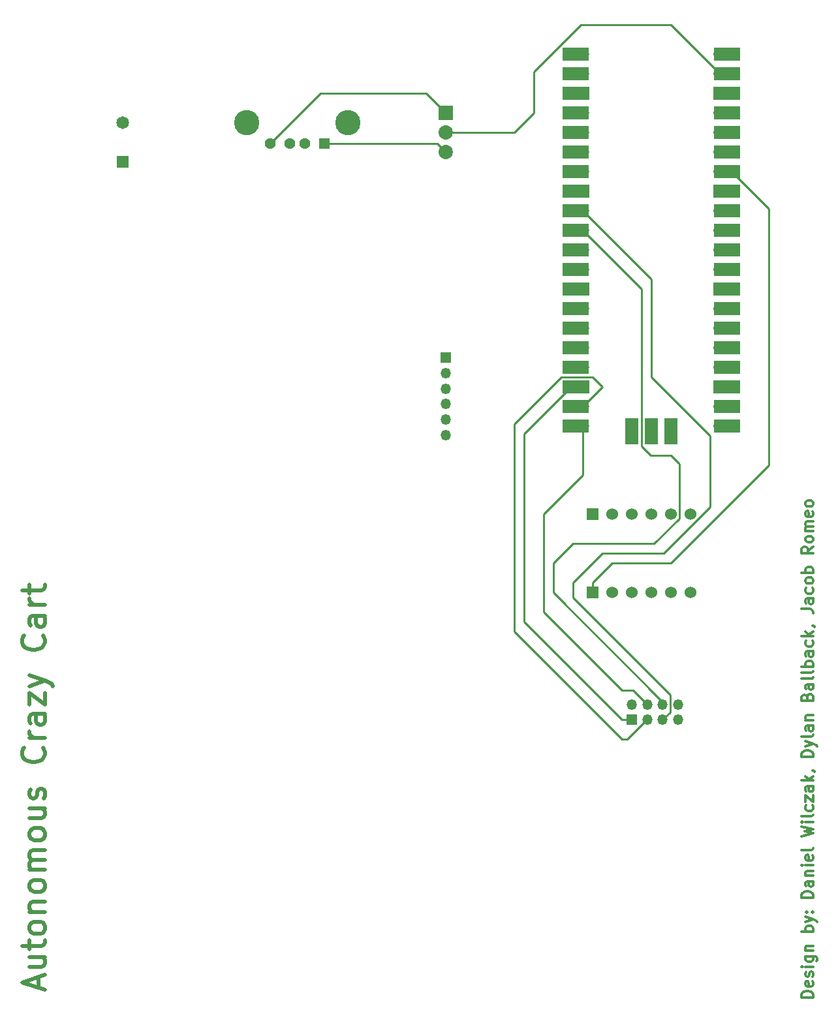
<source format=gbr>
%TF.GenerationSoftware,KiCad,Pcbnew,(5.1.10-1-10_14)*%
%TF.CreationDate,2021-09-06T17:53:20-04:00*%
%TF.ProjectId,CC_PCB_V1,43435f50-4342-45f5-9631-2e6b69636164,rev?*%
%TF.SameCoordinates,Original*%
%TF.FileFunction,Copper,L1,Top*%
%TF.FilePolarity,Positive*%
%FSLAX46Y46*%
G04 Gerber Fmt 4.6, Leading zero omitted, Abs format (unit mm)*
G04 Created by KiCad (PCBNEW (5.1.10-1-10_14)) date 2021-09-06 17:53:20*
%MOMM*%
%LPD*%
G01*
G04 APERTURE LIST*
%TA.AperFunction,NonConductor*%
%ADD10C,0.300000*%
%TD*%
%TA.AperFunction,NonConductor*%
%ADD11C,0.500000*%
%TD*%
%TA.AperFunction,ComponentPad*%
%ADD12C,1.650000*%
%TD*%
%TA.AperFunction,ComponentPad*%
%ADD13R,1.650000X1.650000*%
%TD*%
%TA.AperFunction,ComponentPad*%
%ADD14O,1.700000X1.700000*%
%TD*%
%TA.AperFunction,SMDPad,CuDef*%
%ADD15R,1.700000X3.500000*%
%TD*%
%TA.AperFunction,ComponentPad*%
%ADD16R,1.700000X1.700000*%
%TD*%
%TA.AperFunction,SMDPad,CuDef*%
%ADD17R,3.500000X1.700000*%
%TD*%
%TA.AperFunction,ComponentPad*%
%ADD18C,1.860000*%
%TD*%
%TA.AperFunction,ComponentPad*%
%ADD19R,1.860000X1.860000*%
%TD*%
%TA.AperFunction,ComponentPad*%
%ADD20O,1.350000X1.350000*%
%TD*%
%TA.AperFunction,ComponentPad*%
%ADD21R,1.350000X1.350000*%
%TD*%
%TA.AperFunction,ComponentPad*%
%ADD22C,3.276000*%
%TD*%
%TA.AperFunction,ComponentPad*%
%ADD23C,1.428000*%
%TD*%
%TA.AperFunction,ComponentPad*%
%ADD24R,1.428000X1.428000*%
%TD*%
%TA.AperFunction,ComponentPad*%
%ADD25C,1.524000*%
%TD*%
%TA.AperFunction,ComponentPad*%
%ADD26R,1.524000X1.524000*%
%TD*%
%TA.AperFunction,Conductor*%
%ADD27C,0.250000*%
%TD*%
G04 APERTURE END LIST*
D10*
X158158571Y-149054285D02*
X156658571Y-149054285D01*
X156658571Y-148697142D01*
X156730000Y-148482857D01*
X156872857Y-148340000D01*
X157015714Y-148268571D01*
X157301428Y-148197142D01*
X157515714Y-148197142D01*
X157801428Y-148268571D01*
X157944285Y-148340000D01*
X158087142Y-148482857D01*
X158158571Y-148697142D01*
X158158571Y-149054285D01*
X158087142Y-146982857D02*
X158158571Y-147125714D01*
X158158571Y-147411428D01*
X158087142Y-147554285D01*
X157944285Y-147625714D01*
X157372857Y-147625714D01*
X157230000Y-147554285D01*
X157158571Y-147411428D01*
X157158571Y-147125714D01*
X157230000Y-146982857D01*
X157372857Y-146911428D01*
X157515714Y-146911428D01*
X157658571Y-147625714D01*
X158087142Y-146340000D02*
X158158571Y-146197142D01*
X158158571Y-145911428D01*
X158087142Y-145768571D01*
X157944285Y-145697142D01*
X157872857Y-145697142D01*
X157730000Y-145768571D01*
X157658571Y-145911428D01*
X157658571Y-146125714D01*
X157587142Y-146268571D01*
X157444285Y-146340000D01*
X157372857Y-146340000D01*
X157230000Y-146268571D01*
X157158571Y-146125714D01*
X157158571Y-145911428D01*
X157230000Y-145768571D01*
X158158571Y-145054285D02*
X157158571Y-145054285D01*
X156658571Y-145054285D02*
X156730000Y-145125714D01*
X156801428Y-145054285D01*
X156730000Y-144982857D01*
X156658571Y-145054285D01*
X156801428Y-145054285D01*
X157158571Y-143697142D02*
X158372857Y-143697142D01*
X158515714Y-143768571D01*
X158587142Y-143840000D01*
X158658571Y-143982857D01*
X158658571Y-144197142D01*
X158587142Y-144340000D01*
X158087142Y-143697142D02*
X158158571Y-143840000D01*
X158158571Y-144125714D01*
X158087142Y-144268571D01*
X158015714Y-144340000D01*
X157872857Y-144411428D01*
X157444285Y-144411428D01*
X157301428Y-144340000D01*
X157230000Y-144268571D01*
X157158571Y-144125714D01*
X157158571Y-143840000D01*
X157230000Y-143697142D01*
X157158571Y-142982857D02*
X158158571Y-142982857D01*
X157301428Y-142982857D02*
X157230000Y-142911428D01*
X157158571Y-142768571D01*
X157158571Y-142554285D01*
X157230000Y-142411428D01*
X157372857Y-142340000D01*
X158158571Y-142340000D01*
X158158571Y-140482857D02*
X156658571Y-140482857D01*
X157230000Y-140482857D02*
X157158571Y-140340000D01*
X157158571Y-140054285D01*
X157230000Y-139911428D01*
X157301428Y-139840000D01*
X157444285Y-139768571D01*
X157872857Y-139768571D01*
X158015714Y-139840000D01*
X158087142Y-139911428D01*
X158158571Y-140054285D01*
X158158571Y-140340000D01*
X158087142Y-140482857D01*
X157158571Y-139268571D02*
X158158571Y-138911428D01*
X157158571Y-138554285D02*
X158158571Y-138911428D01*
X158515714Y-139054285D01*
X158587142Y-139125714D01*
X158658571Y-139268571D01*
X158015714Y-137982857D02*
X158087142Y-137911428D01*
X158158571Y-137982857D01*
X158087142Y-138054285D01*
X158015714Y-137982857D01*
X158158571Y-137982857D01*
X157230000Y-137982857D02*
X157301428Y-137911428D01*
X157372857Y-137982857D01*
X157301428Y-138054285D01*
X157230000Y-137982857D01*
X157372857Y-137982857D01*
X158158571Y-136125714D02*
X156658571Y-136125714D01*
X156658571Y-135768571D01*
X156730000Y-135554285D01*
X156872857Y-135411428D01*
X157015714Y-135340000D01*
X157301428Y-135268571D01*
X157515714Y-135268571D01*
X157801428Y-135340000D01*
X157944285Y-135411428D01*
X158087142Y-135554285D01*
X158158571Y-135768571D01*
X158158571Y-136125714D01*
X158158571Y-133982857D02*
X157372857Y-133982857D01*
X157230000Y-134054285D01*
X157158571Y-134197142D01*
X157158571Y-134482857D01*
X157230000Y-134625714D01*
X158087142Y-133982857D02*
X158158571Y-134125714D01*
X158158571Y-134482857D01*
X158087142Y-134625714D01*
X157944285Y-134697142D01*
X157801428Y-134697142D01*
X157658571Y-134625714D01*
X157587142Y-134482857D01*
X157587142Y-134125714D01*
X157515714Y-133982857D01*
X157158571Y-133268571D02*
X158158571Y-133268571D01*
X157301428Y-133268571D02*
X157230000Y-133197142D01*
X157158571Y-133054285D01*
X157158571Y-132840000D01*
X157230000Y-132697142D01*
X157372857Y-132625714D01*
X158158571Y-132625714D01*
X158158571Y-131911428D02*
X157158571Y-131911428D01*
X156658571Y-131911428D02*
X156730000Y-131982857D01*
X156801428Y-131911428D01*
X156730000Y-131840000D01*
X156658571Y-131911428D01*
X156801428Y-131911428D01*
X158087142Y-130625714D02*
X158158571Y-130768571D01*
X158158571Y-131054285D01*
X158087142Y-131197142D01*
X157944285Y-131268571D01*
X157372857Y-131268571D01*
X157230000Y-131197142D01*
X157158571Y-131054285D01*
X157158571Y-130768571D01*
X157230000Y-130625714D01*
X157372857Y-130554285D01*
X157515714Y-130554285D01*
X157658571Y-131268571D01*
X158158571Y-129697142D02*
X158087142Y-129840000D01*
X157944285Y-129911428D01*
X156658571Y-129911428D01*
X156658571Y-128125714D02*
X158158571Y-127768571D01*
X157087142Y-127482857D01*
X158158571Y-127197142D01*
X156658571Y-126840000D01*
X158158571Y-126268571D02*
X157158571Y-126268571D01*
X156658571Y-126268571D02*
X156730000Y-126340000D01*
X156801428Y-126268571D01*
X156730000Y-126197142D01*
X156658571Y-126268571D01*
X156801428Y-126268571D01*
X158158571Y-125340000D02*
X158087142Y-125482857D01*
X157944285Y-125554285D01*
X156658571Y-125554285D01*
X158087142Y-124125714D02*
X158158571Y-124268571D01*
X158158571Y-124554285D01*
X158087142Y-124697142D01*
X158015714Y-124768571D01*
X157872857Y-124840000D01*
X157444285Y-124840000D01*
X157301428Y-124768571D01*
X157230000Y-124697142D01*
X157158571Y-124554285D01*
X157158571Y-124268571D01*
X157230000Y-124125714D01*
X157158571Y-123625714D02*
X157158571Y-122840000D01*
X158158571Y-123625714D01*
X158158571Y-122840000D01*
X158158571Y-121625714D02*
X157372857Y-121625714D01*
X157230000Y-121697142D01*
X157158571Y-121840000D01*
X157158571Y-122125714D01*
X157230000Y-122268571D01*
X158087142Y-121625714D02*
X158158571Y-121768571D01*
X158158571Y-122125714D01*
X158087142Y-122268571D01*
X157944285Y-122340000D01*
X157801428Y-122340000D01*
X157658571Y-122268571D01*
X157587142Y-122125714D01*
X157587142Y-121768571D01*
X157515714Y-121625714D01*
X158158571Y-120911428D02*
X156658571Y-120911428D01*
X157587142Y-120768571D02*
X158158571Y-120340000D01*
X157158571Y-120340000D02*
X157730000Y-120911428D01*
X158087142Y-119625714D02*
X158158571Y-119625714D01*
X158301428Y-119697142D01*
X158372857Y-119768571D01*
X158158571Y-117840000D02*
X156658571Y-117840000D01*
X156658571Y-117482857D01*
X156730000Y-117268571D01*
X156872857Y-117125714D01*
X157015714Y-117054285D01*
X157301428Y-116982857D01*
X157515714Y-116982857D01*
X157801428Y-117054285D01*
X157944285Y-117125714D01*
X158087142Y-117268571D01*
X158158571Y-117482857D01*
X158158571Y-117840000D01*
X157158571Y-116482857D02*
X158158571Y-116125714D01*
X157158571Y-115768571D02*
X158158571Y-116125714D01*
X158515714Y-116268571D01*
X158587142Y-116340000D01*
X158658571Y-116482857D01*
X158158571Y-114982857D02*
X158087142Y-115125714D01*
X157944285Y-115197142D01*
X156658571Y-115197142D01*
X158158571Y-113768571D02*
X157372857Y-113768571D01*
X157230000Y-113840000D01*
X157158571Y-113982857D01*
X157158571Y-114268571D01*
X157230000Y-114411428D01*
X158087142Y-113768571D02*
X158158571Y-113911428D01*
X158158571Y-114268571D01*
X158087142Y-114411428D01*
X157944285Y-114482857D01*
X157801428Y-114482857D01*
X157658571Y-114411428D01*
X157587142Y-114268571D01*
X157587142Y-113911428D01*
X157515714Y-113768571D01*
X157158571Y-113054285D02*
X158158571Y-113054285D01*
X157301428Y-113054285D02*
X157230000Y-112982857D01*
X157158571Y-112840000D01*
X157158571Y-112625714D01*
X157230000Y-112482857D01*
X157372857Y-112411428D01*
X158158571Y-112411428D01*
X157372857Y-110054285D02*
X157444285Y-109840000D01*
X157515714Y-109768571D01*
X157658571Y-109697142D01*
X157872857Y-109697142D01*
X158015714Y-109768571D01*
X158087142Y-109840000D01*
X158158571Y-109982857D01*
X158158571Y-110554285D01*
X156658571Y-110554285D01*
X156658571Y-110054285D01*
X156730000Y-109911428D01*
X156801428Y-109840000D01*
X156944285Y-109768571D01*
X157087142Y-109768571D01*
X157230000Y-109840000D01*
X157301428Y-109911428D01*
X157372857Y-110054285D01*
X157372857Y-110554285D01*
X158158571Y-108411428D02*
X157372857Y-108411428D01*
X157230000Y-108482857D01*
X157158571Y-108625714D01*
X157158571Y-108911428D01*
X157230000Y-109054285D01*
X158087142Y-108411428D02*
X158158571Y-108554285D01*
X158158571Y-108911428D01*
X158087142Y-109054285D01*
X157944285Y-109125714D01*
X157801428Y-109125714D01*
X157658571Y-109054285D01*
X157587142Y-108911428D01*
X157587142Y-108554285D01*
X157515714Y-108411428D01*
X158158571Y-107482857D02*
X158087142Y-107625714D01*
X157944285Y-107697142D01*
X156658571Y-107697142D01*
X158158571Y-106697142D02*
X158087142Y-106840000D01*
X157944285Y-106911428D01*
X156658571Y-106911428D01*
X158158571Y-106125714D02*
X156658571Y-106125714D01*
X157230000Y-106125714D02*
X157158571Y-105982857D01*
X157158571Y-105697142D01*
X157230000Y-105554285D01*
X157301428Y-105482857D01*
X157444285Y-105411428D01*
X157872857Y-105411428D01*
X158015714Y-105482857D01*
X158087142Y-105554285D01*
X158158571Y-105697142D01*
X158158571Y-105982857D01*
X158087142Y-106125714D01*
X158158571Y-104125714D02*
X157372857Y-104125714D01*
X157230000Y-104197142D01*
X157158571Y-104340000D01*
X157158571Y-104625714D01*
X157230000Y-104768571D01*
X158087142Y-104125714D02*
X158158571Y-104268571D01*
X158158571Y-104625714D01*
X158087142Y-104768571D01*
X157944285Y-104840000D01*
X157801428Y-104840000D01*
X157658571Y-104768571D01*
X157587142Y-104625714D01*
X157587142Y-104268571D01*
X157515714Y-104125714D01*
X158087142Y-102768571D02*
X158158571Y-102911428D01*
X158158571Y-103197142D01*
X158087142Y-103340000D01*
X158015714Y-103411428D01*
X157872857Y-103482857D01*
X157444285Y-103482857D01*
X157301428Y-103411428D01*
X157230000Y-103340000D01*
X157158571Y-103197142D01*
X157158571Y-102911428D01*
X157230000Y-102768571D01*
X158158571Y-102125714D02*
X156658571Y-102125714D01*
X157587142Y-101982857D02*
X158158571Y-101554285D01*
X157158571Y-101554285D02*
X157730000Y-102125714D01*
X158087142Y-100840000D02*
X158158571Y-100840000D01*
X158301428Y-100911428D01*
X158372857Y-100982857D01*
X156658571Y-98625714D02*
X157730000Y-98625714D01*
X157944285Y-98697142D01*
X158087142Y-98840000D01*
X158158571Y-99054285D01*
X158158571Y-99197142D01*
X158158571Y-97268571D02*
X157372857Y-97268571D01*
X157230000Y-97340000D01*
X157158571Y-97482857D01*
X157158571Y-97768571D01*
X157230000Y-97911428D01*
X158087142Y-97268571D02*
X158158571Y-97411428D01*
X158158571Y-97768571D01*
X158087142Y-97911428D01*
X157944285Y-97982857D01*
X157801428Y-97982857D01*
X157658571Y-97911428D01*
X157587142Y-97768571D01*
X157587142Y-97411428D01*
X157515714Y-97268571D01*
X158087142Y-95911428D02*
X158158571Y-96054285D01*
X158158571Y-96340000D01*
X158087142Y-96482857D01*
X158015714Y-96554285D01*
X157872857Y-96625714D01*
X157444285Y-96625714D01*
X157301428Y-96554285D01*
X157230000Y-96482857D01*
X157158571Y-96340000D01*
X157158571Y-96054285D01*
X157230000Y-95911428D01*
X158158571Y-95054285D02*
X158087142Y-95197142D01*
X158015714Y-95268571D01*
X157872857Y-95340000D01*
X157444285Y-95340000D01*
X157301428Y-95268571D01*
X157230000Y-95197142D01*
X157158571Y-95054285D01*
X157158571Y-94840000D01*
X157230000Y-94697142D01*
X157301428Y-94625714D01*
X157444285Y-94554285D01*
X157872857Y-94554285D01*
X158015714Y-94625714D01*
X158087142Y-94697142D01*
X158158571Y-94840000D01*
X158158571Y-95054285D01*
X158158571Y-93911428D02*
X156658571Y-93911428D01*
X157230000Y-93911428D02*
X157158571Y-93768571D01*
X157158571Y-93482857D01*
X157230000Y-93340000D01*
X157301428Y-93268571D01*
X157444285Y-93197142D01*
X157872857Y-93197142D01*
X158015714Y-93268571D01*
X158087142Y-93340000D01*
X158158571Y-93482857D01*
X158158571Y-93768571D01*
X158087142Y-93911428D01*
X158158571Y-90554285D02*
X157444285Y-91054285D01*
X158158571Y-91411428D02*
X156658571Y-91411428D01*
X156658571Y-90840000D01*
X156730000Y-90697142D01*
X156801428Y-90625714D01*
X156944285Y-90554285D01*
X157158571Y-90554285D01*
X157301428Y-90625714D01*
X157372857Y-90697142D01*
X157444285Y-90840000D01*
X157444285Y-91411428D01*
X158158571Y-89697142D02*
X158087142Y-89840000D01*
X158015714Y-89911428D01*
X157872857Y-89982857D01*
X157444285Y-89982857D01*
X157301428Y-89911428D01*
X157230000Y-89840000D01*
X157158571Y-89697142D01*
X157158571Y-89482857D01*
X157230000Y-89340000D01*
X157301428Y-89268571D01*
X157444285Y-89197142D01*
X157872857Y-89197142D01*
X158015714Y-89268571D01*
X158087142Y-89340000D01*
X158158571Y-89482857D01*
X158158571Y-89697142D01*
X158158571Y-88554285D02*
X157158571Y-88554285D01*
X157301428Y-88554285D02*
X157230000Y-88482857D01*
X157158571Y-88340000D01*
X157158571Y-88125714D01*
X157230000Y-87982857D01*
X157372857Y-87911428D01*
X158158571Y-87911428D01*
X157372857Y-87911428D02*
X157230000Y-87840000D01*
X157158571Y-87697142D01*
X157158571Y-87482857D01*
X157230000Y-87340000D01*
X157372857Y-87268571D01*
X158158571Y-87268571D01*
X158087142Y-85982857D02*
X158158571Y-86125714D01*
X158158571Y-86411428D01*
X158087142Y-86554285D01*
X157944285Y-86625714D01*
X157372857Y-86625714D01*
X157230000Y-86554285D01*
X157158571Y-86411428D01*
X157158571Y-86125714D01*
X157230000Y-85982857D01*
X157372857Y-85911428D01*
X157515714Y-85911428D01*
X157658571Y-86625714D01*
X158158571Y-85054285D02*
X158087142Y-85197142D01*
X158015714Y-85268571D01*
X157872857Y-85340000D01*
X157444285Y-85340000D01*
X157301428Y-85268571D01*
X157230000Y-85197142D01*
X157158571Y-85054285D01*
X157158571Y-84840000D01*
X157230000Y-84697142D01*
X157301428Y-84625714D01*
X157444285Y-84554285D01*
X157872857Y-84554285D01*
X158015714Y-84625714D01*
X158087142Y-84697142D01*
X158158571Y-84840000D01*
X158158571Y-85054285D01*
D11*
X57650000Y-147792857D02*
X57650000Y-146364285D01*
X58507142Y-148078571D02*
X55507142Y-147078571D01*
X58507142Y-146078571D01*
X56507142Y-143792857D02*
X58507142Y-143792857D01*
X56507142Y-145078571D02*
X58078571Y-145078571D01*
X58364285Y-144935714D01*
X58507142Y-144650000D01*
X58507142Y-144221428D01*
X58364285Y-143935714D01*
X58221428Y-143792857D01*
X56507142Y-142792857D02*
X56507142Y-141650000D01*
X55507142Y-142364285D02*
X58078571Y-142364285D01*
X58364285Y-142221428D01*
X58507142Y-141935714D01*
X58507142Y-141650000D01*
X58507142Y-140221428D02*
X58364285Y-140507142D01*
X58221428Y-140650000D01*
X57935714Y-140792857D01*
X57078571Y-140792857D01*
X56792857Y-140650000D01*
X56650000Y-140507142D01*
X56507142Y-140221428D01*
X56507142Y-139792857D01*
X56650000Y-139507142D01*
X56792857Y-139364285D01*
X57078571Y-139221428D01*
X57935714Y-139221428D01*
X58221428Y-139364285D01*
X58364285Y-139507142D01*
X58507142Y-139792857D01*
X58507142Y-140221428D01*
X56507142Y-137935714D02*
X58507142Y-137935714D01*
X56792857Y-137935714D02*
X56650000Y-137792857D01*
X56507142Y-137507142D01*
X56507142Y-137078571D01*
X56650000Y-136792857D01*
X56935714Y-136650000D01*
X58507142Y-136650000D01*
X58507142Y-134792857D02*
X58364285Y-135078571D01*
X58221428Y-135221428D01*
X57935714Y-135364285D01*
X57078571Y-135364285D01*
X56792857Y-135221428D01*
X56650000Y-135078571D01*
X56507142Y-134792857D01*
X56507142Y-134364285D01*
X56650000Y-134078571D01*
X56792857Y-133935714D01*
X57078571Y-133792857D01*
X57935714Y-133792857D01*
X58221428Y-133935714D01*
X58364285Y-134078571D01*
X58507142Y-134364285D01*
X58507142Y-134792857D01*
X58507142Y-132507142D02*
X56507142Y-132507142D01*
X56792857Y-132507142D02*
X56650000Y-132364285D01*
X56507142Y-132078571D01*
X56507142Y-131650000D01*
X56650000Y-131364285D01*
X56935714Y-131221428D01*
X58507142Y-131221428D01*
X56935714Y-131221428D02*
X56650000Y-131078571D01*
X56507142Y-130792857D01*
X56507142Y-130364285D01*
X56650000Y-130078571D01*
X56935714Y-129935714D01*
X58507142Y-129935714D01*
X58507142Y-128078571D02*
X58364285Y-128364285D01*
X58221428Y-128507142D01*
X57935714Y-128650000D01*
X57078571Y-128650000D01*
X56792857Y-128507142D01*
X56650000Y-128364285D01*
X56507142Y-128078571D01*
X56507142Y-127650000D01*
X56650000Y-127364285D01*
X56792857Y-127221428D01*
X57078571Y-127078571D01*
X57935714Y-127078571D01*
X58221428Y-127221428D01*
X58364285Y-127364285D01*
X58507142Y-127650000D01*
X58507142Y-128078571D01*
X56507142Y-124507142D02*
X58507142Y-124507142D01*
X56507142Y-125792857D02*
X58078571Y-125792857D01*
X58364285Y-125650000D01*
X58507142Y-125364285D01*
X58507142Y-124935714D01*
X58364285Y-124650000D01*
X58221428Y-124507142D01*
X58364285Y-123221428D02*
X58507142Y-122935714D01*
X58507142Y-122364285D01*
X58364285Y-122078571D01*
X58078571Y-121935714D01*
X57935714Y-121935714D01*
X57650000Y-122078571D01*
X57507142Y-122364285D01*
X57507142Y-122792857D01*
X57364285Y-123078571D01*
X57078571Y-123221428D01*
X56935714Y-123221428D01*
X56650000Y-123078571D01*
X56507142Y-122792857D01*
X56507142Y-122364285D01*
X56650000Y-122078571D01*
X58221428Y-116650000D02*
X58364285Y-116792857D01*
X58507142Y-117221428D01*
X58507142Y-117507142D01*
X58364285Y-117935714D01*
X58078571Y-118221428D01*
X57792857Y-118364285D01*
X57221428Y-118507142D01*
X56792857Y-118507142D01*
X56221428Y-118364285D01*
X55935714Y-118221428D01*
X55650000Y-117935714D01*
X55507142Y-117507142D01*
X55507142Y-117221428D01*
X55650000Y-116792857D01*
X55792857Y-116650000D01*
X58507142Y-115364285D02*
X56507142Y-115364285D01*
X57078571Y-115364285D02*
X56792857Y-115221428D01*
X56650000Y-115078571D01*
X56507142Y-114792857D01*
X56507142Y-114507142D01*
X58507142Y-112221428D02*
X56935714Y-112221428D01*
X56650000Y-112364285D01*
X56507142Y-112650000D01*
X56507142Y-113221428D01*
X56650000Y-113507142D01*
X58364285Y-112221428D02*
X58507142Y-112507142D01*
X58507142Y-113221428D01*
X58364285Y-113507142D01*
X58078571Y-113650000D01*
X57792857Y-113650000D01*
X57507142Y-113507142D01*
X57364285Y-113221428D01*
X57364285Y-112507142D01*
X57221428Y-112221428D01*
X56507142Y-111078571D02*
X56507142Y-109507142D01*
X58507142Y-111078571D01*
X58507142Y-109507142D01*
X56507142Y-108650000D02*
X58507142Y-107935714D01*
X56507142Y-107221428D02*
X58507142Y-107935714D01*
X59221428Y-108221428D01*
X59364285Y-108364285D01*
X59507142Y-108650000D01*
X58221428Y-102078571D02*
X58364285Y-102221428D01*
X58507142Y-102650000D01*
X58507142Y-102935714D01*
X58364285Y-103364285D01*
X58078571Y-103650000D01*
X57792857Y-103792857D01*
X57221428Y-103935714D01*
X56792857Y-103935714D01*
X56221428Y-103792857D01*
X55935714Y-103650000D01*
X55650000Y-103364285D01*
X55507142Y-102935714D01*
X55507142Y-102650000D01*
X55650000Y-102221428D01*
X55792857Y-102078571D01*
X58507142Y-99507142D02*
X56935714Y-99507142D01*
X56650000Y-99650000D01*
X56507142Y-99935714D01*
X56507142Y-100507142D01*
X56650000Y-100792857D01*
X58364285Y-99507142D02*
X58507142Y-99792857D01*
X58507142Y-100507142D01*
X58364285Y-100792857D01*
X58078571Y-100935714D01*
X57792857Y-100935714D01*
X57507142Y-100792857D01*
X57364285Y-100507142D01*
X57364285Y-99792857D01*
X57221428Y-99507142D01*
X58507142Y-98078571D02*
X56507142Y-98078571D01*
X57078571Y-98078571D02*
X56792857Y-97935714D01*
X56650000Y-97792857D01*
X56507142Y-97507142D01*
X56507142Y-97221428D01*
X56507142Y-96650000D02*
X56507142Y-95507142D01*
X55507142Y-96221428D02*
X58078571Y-96221428D01*
X58364285Y-96078571D01*
X58507142Y-95792857D01*
X58507142Y-95507142D01*
D12*
%TO.P,Screw_Terminal1,2*%
%TO.N,Net-(Screw_Terminal1-Pad2)*%
X68580000Y-35560000D03*
D13*
%TO.P,Screw_Terminal1,1*%
%TO.N,Net-(Screw_Terminal1-Pad1)*%
X68580000Y-40640000D03*
%TD*%
D14*
%TO.P,U1,43*%
%TO.N,Net-(U1-Pad43)*%
X139700000Y-74700000D03*
D15*
X139700000Y-75600000D03*
D16*
%TO.P,U1,42*%
%TO.N,Net-(U1-Pad42)*%
X137160000Y-74700000D03*
D15*
X137160000Y-75600000D03*
D14*
%TO.P,U1,41*%
%TO.N,Net-(U1-Pad41)*%
X134620000Y-74700000D03*
D15*
X134620000Y-75600000D03*
D17*
%TO.P,U1,21*%
%TO.N,GP16*%
X146950000Y-74930000D03*
%TO.P,U1,22*%
%TO.N,GP17*%
X146950000Y-72390000D03*
%TO.P,U1,23*%
%TO.N,Net-(U1-Pad23)*%
X146950000Y-69850000D03*
%TO.P,U1,24*%
%TO.N,Net-(U1-Pad24)*%
X146950000Y-67310000D03*
%TO.P,U1,25*%
%TO.N,Net-(U1-Pad25)*%
X146950000Y-64770000D03*
%TO.P,U1,26*%
%TO.N,Net-(U1-Pad26)*%
X146950000Y-62230000D03*
%TO.P,U1,27*%
%TO.N,Net-(U1-Pad27)*%
X146950000Y-59690000D03*
%TO.P,U1,28*%
%TO.N,Net-(U1-Pad28)*%
X146950000Y-57150000D03*
%TO.P,U1,29*%
%TO.N,Net-(U1-Pad29)*%
X146950000Y-54610000D03*
%TO.P,U1,30*%
%TO.N,Net-(U1-Pad30)*%
X146950000Y-52070000D03*
%TO.P,U1,31*%
%TO.N,Net-(U1-Pad31)*%
X146950000Y-49530000D03*
%TO.P,U1,32*%
%TO.N,Net-(U1-Pad32)*%
X146950000Y-46990000D03*
%TO.P,U1,33*%
%TO.N,Net-(U1-Pad33)*%
X146950000Y-44450000D03*
%TO.P,U1,34*%
%TO.N,GP28*%
X146950000Y-41910000D03*
%TO.P,U1,35*%
%TO.N,Net-(U1-Pad35)*%
X146950000Y-39370000D03*
%TO.P,U1,36*%
%TO.N,+3V3*%
X146950000Y-36830000D03*
%TO.P,U1,37*%
%TO.N,Net-(U1-Pad37)*%
X146950000Y-34290000D03*
%TO.P,U1,38*%
%TO.N,Net-(U1-Pad38)*%
X146950000Y-31750000D03*
%TO.P,U1,39*%
%TO.N,+3V3*%
X146950000Y-29210000D03*
%TO.P,U1,40*%
%TO.N,Net-(U1-Pad40)*%
X146950000Y-26670000D03*
%TO.P,U1,20*%
%TO.N,GP15*%
X127370000Y-74930000D03*
%TO.P,U1,19*%
%TO.N,GP14*%
X127370000Y-72390000D03*
%TO.P,U1,18*%
%TO.N,GND*%
X127370000Y-69850000D03*
%TO.P,U1,17*%
%TO.N,Net-(U1-Pad17)*%
X127370000Y-67310000D03*
%TO.P,U1,16*%
%TO.N,Net-(U1-Pad16)*%
X127370000Y-64770000D03*
%TO.P,U1,15*%
%TO.N,Net-(U1-Pad15)*%
X127370000Y-62230000D03*
%TO.P,U1,14*%
%TO.N,Net-(U1-Pad14)*%
X127370000Y-59690000D03*
%TO.P,U1,13*%
%TO.N,Net-(U1-Pad13)*%
X127370000Y-57150000D03*
%TO.P,U1,12*%
%TO.N,Net-(U1-Pad12)*%
X127370000Y-54610000D03*
%TO.P,U1,11*%
%TO.N,Net-(U1-Pad11)*%
X127370000Y-52070000D03*
%TO.P,U1,10*%
%TO.N,GP7*%
X127370000Y-49530000D03*
%TO.P,U1,9*%
%TO.N,GP6*%
X127370000Y-46990000D03*
%TO.P,U1,8*%
%TO.N,Net-(U1-Pad8)*%
X127370000Y-44450000D03*
%TO.P,U1,7*%
%TO.N,Net-(U1-Pad7)*%
X127370000Y-41910000D03*
%TO.P,U1,6*%
%TO.N,GP4*%
X127370000Y-39370000D03*
%TO.P,U1,5*%
%TO.N,Net-(U1-Pad5)*%
X127370000Y-36830000D03*
%TO.P,U1,4*%
%TO.N,Net-(U1-Pad4)*%
X127370000Y-34290000D03*
%TO.P,U1,3*%
%TO.N,Net-(U1-Pad3)*%
X127370000Y-31750000D03*
%TO.P,U1,2*%
%TO.N,Net-(U1-Pad2)*%
X127370000Y-29210000D03*
%TO.P,U1,1*%
%TO.N,Net-(U1-Pad1)*%
X127370000Y-26670000D03*
D14*
%TO.P,U1,40*%
%TO.N,Net-(U1-Pad40)*%
X146050000Y-26670000D03*
%TO.P,U1,39*%
%TO.N,+3V3*%
X146050000Y-29210000D03*
D16*
%TO.P,U1,38*%
%TO.N,Net-(U1-Pad38)*%
X146050000Y-31750000D03*
D14*
%TO.P,U1,37*%
%TO.N,Net-(U1-Pad37)*%
X146050000Y-34290000D03*
%TO.P,U1,36*%
%TO.N,+3V3*%
X146050000Y-36830000D03*
%TO.P,U1,35*%
%TO.N,Net-(U1-Pad35)*%
X146050000Y-39370000D03*
%TO.P,U1,34*%
%TO.N,GP28*%
X146050000Y-41910000D03*
D16*
%TO.P,U1,33*%
%TO.N,Net-(U1-Pad33)*%
X146050000Y-44450000D03*
D14*
%TO.P,U1,32*%
%TO.N,Net-(U1-Pad32)*%
X146050000Y-46990000D03*
%TO.P,U1,31*%
%TO.N,Net-(U1-Pad31)*%
X146050000Y-49530000D03*
%TO.P,U1,30*%
%TO.N,Net-(U1-Pad30)*%
X146050000Y-52070000D03*
%TO.P,U1,29*%
%TO.N,Net-(U1-Pad29)*%
X146050000Y-54610000D03*
D16*
%TO.P,U1,28*%
%TO.N,Net-(U1-Pad28)*%
X146050000Y-57150000D03*
D14*
%TO.P,U1,27*%
%TO.N,Net-(U1-Pad27)*%
X146050000Y-59690000D03*
%TO.P,U1,26*%
%TO.N,Net-(U1-Pad26)*%
X146050000Y-62230000D03*
%TO.P,U1,25*%
%TO.N,Net-(U1-Pad25)*%
X146050000Y-64770000D03*
%TO.P,U1,24*%
%TO.N,Net-(U1-Pad24)*%
X146050000Y-67310000D03*
D16*
%TO.P,U1,23*%
%TO.N,Net-(U1-Pad23)*%
X146050000Y-69850000D03*
D14*
%TO.P,U1,22*%
%TO.N,GP17*%
X146050000Y-72390000D03*
%TO.P,U1,21*%
%TO.N,GP16*%
X146050000Y-74930000D03*
%TO.P,U1,20*%
%TO.N,GP15*%
X128270000Y-74930000D03*
%TO.P,U1,19*%
%TO.N,GP14*%
X128270000Y-72390000D03*
D16*
%TO.P,U1,18*%
%TO.N,GND*%
X128270000Y-69850000D03*
D14*
%TO.P,U1,17*%
%TO.N,Net-(U1-Pad17)*%
X128270000Y-67310000D03*
%TO.P,U1,16*%
%TO.N,Net-(U1-Pad16)*%
X128270000Y-64770000D03*
%TO.P,U1,15*%
%TO.N,Net-(U1-Pad15)*%
X128270000Y-62230000D03*
%TO.P,U1,14*%
%TO.N,Net-(U1-Pad14)*%
X128270000Y-59690000D03*
D16*
%TO.P,U1,13*%
%TO.N,Net-(U1-Pad13)*%
X128270000Y-57150000D03*
D14*
%TO.P,U1,12*%
%TO.N,Net-(U1-Pad12)*%
X128270000Y-54610000D03*
%TO.P,U1,11*%
%TO.N,Net-(U1-Pad11)*%
X128270000Y-52070000D03*
%TO.P,U1,10*%
%TO.N,GP7*%
X128270000Y-49530000D03*
%TO.P,U1,9*%
%TO.N,GP6*%
X128270000Y-46990000D03*
D16*
%TO.P,U1,8*%
%TO.N,Net-(U1-Pad8)*%
X128270000Y-44450000D03*
D14*
%TO.P,U1,7*%
%TO.N,Net-(U1-Pad7)*%
X128270000Y-41910000D03*
%TO.P,U1,6*%
%TO.N,GP4*%
X128270000Y-39370000D03*
%TO.P,U1,5*%
%TO.N,Net-(U1-Pad5)*%
X128270000Y-36830000D03*
%TO.P,U1,4*%
%TO.N,Net-(U1-Pad4)*%
X128270000Y-34290000D03*
D16*
%TO.P,U1,3*%
%TO.N,Net-(U1-Pad3)*%
X128270000Y-31750000D03*
D14*
%TO.P,U1,2*%
%TO.N,Net-(U1-Pad2)*%
X128270000Y-29210000D03*
%TO.P,U1,1*%
%TO.N,Net-(U1-Pad1)*%
X128270000Y-26670000D03*
%TD*%
D18*
%TO.P,VR1,3*%
%TO.N,+5V*%
X110490000Y-39370000D03*
%TO.P,VR1,2*%
%TO.N,+3V3*%
X110490000Y-36830000D03*
D19*
%TO.P,VR1,1*%
%TO.N,GND*%
X110490000Y-34290000D03*
%TD*%
D20*
%TO.P,J5,6*%
%TO.N,Net-(J5-Pad6)*%
X110490000Y-76040000D03*
%TO.P,J5,5*%
%TO.N,Net-(J5-Pad5)*%
X110490000Y-74040000D03*
%TO.P,J5,4*%
%TO.N,+5V*%
X110490000Y-72040000D03*
%TO.P,J5,3*%
%TO.N,GP17*%
X110490000Y-70040000D03*
%TO.P,J5,2*%
%TO.N,GP16*%
X110490000Y-68040000D03*
D21*
%TO.P,J5,1*%
%TO.N,GND*%
X110490000Y-66040000D03*
%TD*%
D22*
%TO.P,J3,S2*%
%TO.N,Net-(J3-PadS1)*%
X84650000Y-35560000D03*
%TO.P,J3,S1*%
X97790000Y-35560000D03*
D23*
%TO.P,J3,4*%
%TO.N,GND*%
X87720000Y-38270000D03*
%TO.P,J3,3*%
%TO.N,Net-(J3-Pad3)*%
X90220000Y-38270000D03*
%TO.P,J3,2*%
%TO.N,Net-(J3-Pad2)*%
X92220000Y-38270000D03*
D24*
%TO.P,J3,1*%
%TO.N,+5V*%
X94720000Y-38270000D03*
%TD*%
D20*
%TO.P,J2,8*%
%TO.N,Net-(J2-Pad8)*%
X140620000Y-111030000D03*
%TO.P,J2,7*%
%TO.N,GP4*%
X140620000Y-113030000D03*
%TO.P,J2,6*%
%TO.N,GP7*%
X138620000Y-111030000D03*
%TO.P,J2,5*%
%TO.N,GP6*%
X138620000Y-113030000D03*
%TO.P,J2,4*%
%TO.N,GP15*%
X136620000Y-111030000D03*
%TO.P,J2,3*%
%TO.N,GP14*%
X136620000Y-113030000D03*
%TO.P,J2,2*%
%TO.N,+3V3*%
X134620000Y-111030000D03*
D21*
%TO.P,J2,1*%
%TO.N,GND*%
X134620000Y-113030000D03*
%TD*%
D25*
%TO.P,U2,HV4*%
%TO.N,Net-(U2-PadHV4)*%
X142240000Y-86360000D03*
%TO.P,U2,HV3*%
%TO.N,Net-(U2-PadHV3)*%
X139700000Y-86360000D03*
%TO.P,U2,GND_1*%
%TO.N,Net-(Screw_Terminal1-Pad2)*%
X137160000Y-86360000D03*
%TO.P,U2,HV*%
%TO.N,Net-(Screw_Terminal1-Pad1)*%
X134620000Y-86360000D03*
%TO.P,U2,HV2*%
%TO.N,Net-(U2-PadHV2)*%
X132080000Y-86360000D03*
D26*
%TO.P,U2,HV1*%
%TO.N,Net-(U2-PadHV1)*%
X129540000Y-86360000D03*
D25*
%TO.P,U2,LV4*%
%TO.N,Net-(U2-PadLV4)*%
X142240000Y-96520000D03*
%TO.P,U2,LV3*%
%TO.N,Net-(U2-PadLV3)*%
X139700000Y-96520000D03*
%TO.P,U2,GND_2*%
%TO.N,Net-(Screw_Terminal1-Pad2)*%
X137160000Y-96520000D03*
%TO.P,U2,LV*%
%TO.N,+3V3*%
X134620000Y-96520000D03*
%TO.P,U2,LV2*%
%TO.N,Net-(U2-PadLV2)*%
X132080000Y-96520000D03*
D26*
%TO.P,U2,LV1*%
%TO.N,GP28*%
X129540000Y-96520000D03*
%TD*%
D27*
%TO.N,GP28*%
X129540000Y-96520000D02*
X129540000Y-95250000D01*
X129540000Y-95250000D02*
X132080000Y-92710000D01*
X132080000Y-92710000D02*
X139700000Y-92710000D01*
X139700000Y-92710000D02*
X152400000Y-80010000D01*
X152400000Y-46714998D02*
X147595002Y-41910000D01*
X147595002Y-41910000D02*
X146050000Y-41910000D01*
X152400000Y-80010000D02*
X152400000Y-46714998D01*
%TO.N,+3V3*%
X147595002Y-36830000D02*
X146050000Y-36830000D01*
X139700000Y-22860000D02*
X146050000Y-29210000D01*
X127994998Y-22860000D02*
X139700000Y-22860000D01*
X110490000Y-36830000D02*
X119380000Y-36830000D01*
X119380000Y-36830000D02*
X121920000Y-34290000D01*
X121920000Y-28934998D02*
X127994998Y-22860000D01*
X121920000Y-34290000D02*
X121920000Y-28934998D01*
%TO.N,GP7*%
X124460000Y-96520000D02*
X138620000Y-110680000D01*
X124460000Y-92710000D02*
X124460000Y-96520000D01*
X135890000Y-77515002D02*
X137114998Y-78740000D01*
X127000000Y-90170000D02*
X124460000Y-92710000D01*
X128270000Y-49530000D02*
X135890000Y-57150000D01*
X137498762Y-90170000D02*
X127000000Y-90170000D01*
X139700000Y-78740000D02*
X140787001Y-79827001D01*
X140787001Y-86881761D02*
X137498762Y-90170000D01*
X138620000Y-110680000D02*
X138620000Y-111030000D01*
X137114998Y-78740000D02*
X139700000Y-78740000D01*
X140787001Y-79827001D02*
X140787001Y-86881761D01*
X135890000Y-57150000D02*
X135890000Y-77515002D01*
%TO.N,GP6*%
X137160000Y-55880000D02*
X128270000Y-46990000D01*
X144780000Y-85428762D02*
X144780000Y-76200000D01*
X139620000Y-112030000D02*
X139620000Y-109773590D01*
X127000000Y-95250000D02*
X130810000Y-91440000D01*
X137160000Y-68580000D02*
X137160000Y-55880000D01*
X144780000Y-76200000D02*
X137160000Y-68580000D01*
X138620000Y-113030000D02*
X139620000Y-112030000D01*
X138768762Y-91440000D02*
X144780000Y-85428762D01*
X127000000Y-97153590D02*
X127000000Y-95250000D01*
X130810000Y-91440000D02*
X138768762Y-91440000D01*
X139620000Y-109773590D02*
X129223205Y-99376795D01*
X129223205Y-99376795D02*
X127000000Y-97153590D01*
%TO.N,GP15*%
X128270000Y-74930000D02*
X125730000Y-74930000D01*
X134810000Y-109220000D02*
X136620000Y-111030000D01*
X128270000Y-81280000D02*
X123190000Y-86360000D01*
X123190000Y-99060000D02*
X133350000Y-109220000D01*
X128270000Y-74930000D02*
X128270000Y-81280000D01*
X133350000Y-109220000D02*
X134810000Y-109220000D01*
X123190000Y-86360000D02*
X123190000Y-99060000D01*
%TO.N,GP14*%
X134015002Y-115570000D02*
X136555002Y-113030000D01*
X136555002Y-113030000D02*
X136620000Y-113030000D01*
X119380000Y-101600000D02*
X133350000Y-115570000D01*
X119380000Y-74654998D02*
X119380000Y-101600000D01*
X125454998Y-68580000D02*
X119380000Y-74654998D01*
X129540000Y-68580000D02*
X125454998Y-68580000D01*
X130810000Y-69850000D02*
X129540000Y-68580000D01*
X133350000Y-115570000D02*
X134015002Y-115570000D01*
X128270000Y-72390000D02*
X130810000Y-69850000D01*
%TO.N,GND*%
X87720000Y-38270000D02*
X94240000Y-31750000D01*
X107950000Y-31750000D02*
X110490000Y-34290000D01*
X94240000Y-31750000D02*
X107950000Y-31750000D01*
X120650000Y-100330000D02*
X133350000Y-113030000D01*
X120650000Y-75924998D02*
X120650000Y-100330000D01*
X133350000Y-113030000D02*
X134620000Y-113030000D01*
X126724998Y-69850000D02*
X120650000Y-75924998D01*
X128270000Y-69850000D02*
X126724998Y-69850000D01*
%TO.N,+5V*%
X109390000Y-38270000D02*
X110490000Y-39370000D01*
X94720000Y-38270000D02*
X109390000Y-38270000D01*
%TD*%
M02*

</source>
